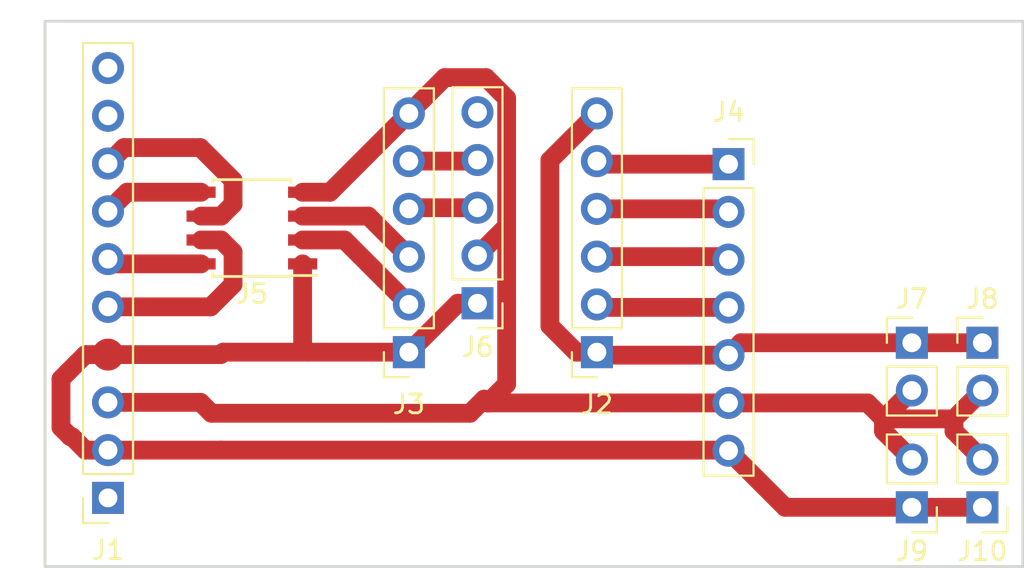
<source format=kicad_pcb>
(kicad_pcb (version 20171130) (host pcbnew 5.0.2-bee76a0~70~ubuntu18.04.1)

  (general
    (thickness 1.6)
    (drawings 4)
    (tracks 91)
    (zones 0)
    (modules 10)
    (nets 21)
  )

  (page A4)
  (layers
    (0 F.Cu signal)
    (31 B.Cu signal)
    (32 B.Adhes user)
    (33 F.Adhes user)
    (34 B.Paste user)
    (35 F.Paste user)
    (36 B.SilkS user)
    (37 F.SilkS user)
    (38 B.Mask user)
    (39 F.Mask user)
    (40 Dwgs.User user)
    (41 Cmts.User user)
    (42 Eco1.User user)
    (43 Eco2.User user)
    (44 Edge.Cuts user)
    (45 Margin user)
    (46 B.CrtYd user)
    (47 F.CrtYd user)
    (48 B.Fab user)
    (49 F.Fab user)
  )

  (setup
    (last_trace_width 1)
    (trace_clearance 0.2)
    (zone_clearance 0.508)
    (zone_45_only no)
    (trace_min 0.2)
    (segment_width 0.2)
    (edge_width 0.15)
    (via_size 0.8)
    (via_drill 0.4)
    (via_min_size 0.4)
    (via_min_drill 0.3)
    (uvia_size 0.3)
    (uvia_drill 0.1)
    (uvias_allowed no)
    (uvia_min_size 0.2)
    (uvia_min_drill 0.1)
    (pcb_text_width 0.3)
    (pcb_text_size 1.5 1.5)
    (mod_edge_width 0.15)
    (mod_text_size 1 1)
    (mod_text_width 0.15)
    (pad_size 1.7 1.7)
    (pad_drill 0)
    (pad_to_mask_clearance 0.051)
    (solder_mask_min_width 0.25)
    (aux_axis_origin 0 0)
    (visible_elements FFFFFF7F)
    (pcbplotparams
      (layerselection 0x01000_7fffffff)
      (usegerberextensions false)
      (usegerberattributes false)
      (usegerberadvancedattributes false)
      (creategerberjobfile false)
      (excludeedgelayer true)
      (linewidth 0.100000)
      (plotframeref false)
      (viasonmask false)
      (mode 1)
      (useauxorigin false)
      (hpglpennumber 1)
      (hpglpenspeed 20)
      (hpglpendiameter 15.000000)
      (psnegative false)
      (psa4output false)
      (plotreference true)
      (plotvalue true)
      (plotinvisibletext false)
      (padsonsilk false)
      (subtractmaskfromsilk false)
      (outputformat 1)
      (mirror false)
      (drillshape 0)
      (scaleselection 1)
      (outputdirectory "grb"))
  )

  (net 0 "")
  (net 1 "Net-(J1-Pad1)")
  (net 2 +5V)
  (net 3 GND)
  (net 4 +3V3)
  (net 5 "Net-(J2-Pad5)")
  (net 6 "Net-(J2-Pad4)")
  (net 7 "Net-(J2-Pad3)")
  (net 8 "Net-(J2-Pad2)")
  (net 9 "Net-(J1-Pad4)")
  (net 10 /A0-)
  (net 11 /A0+)
  (net 12 /B0-)
  (net 13 /B0+)
  (net 14 /I0-)
  (net 15 /I0+)
  (net 16 /A0)
  (net 17 /B0)
  (net 18 /A1)
  (net 19 /B1)
  (net 20 /I1)

  (net_class Default "This is the default net class."
    (clearance 0.2)
    (trace_width 1)
    (via_dia 0.8)
    (via_drill 0.4)
    (uvia_dia 0.3)
    (uvia_drill 0.1)
    (add_net +3V3)
    (add_net +5V)
    (add_net /A0)
    (add_net /A0+)
    (add_net /A0-)
    (add_net /A1)
    (add_net /B0)
    (add_net /B0+)
    (add_net /B0-)
    (add_net /B1)
    (add_net /I0+)
    (add_net /I0-)
    (add_net /I1)
    (add_net GND)
    (add_net "Net-(J1-Pad1)")
    (add_net "Net-(J1-Pad4)")
    (add_net "Net-(J2-Pad2)")
    (add_net "Net-(J2-Pad3)")
    (add_net "Net-(J2-Pad4)")
    (add_net "Net-(J2-Pad5)")
  )

  (module Connector_PinSocket_2.54mm:PinSocket_1x10_P2.54mm_Vertical (layer F.Cu) (tedit 5D546F35) (tstamp 5D5E9AE5)
    (at 3.35 25.35 180)
    (descr "Through hole straight socket strip, 1x10, 2.54mm pitch, single row (from Kicad 4.0.7), script generated")
    (tags "Through hole socket strip THT 1x10 2.54mm single row")
    (path /5D527B4B)
    (fp_text reference J1 (at 0 -2.77 180) (layer F.SilkS)
      (effects (font (size 1 1) (thickness 0.15)))
    )
    (fp_text value OpticalEncoder (at 0 25.63 180) (layer F.Fab)
      (effects (font (size 1 1) (thickness 0.15)))
    )
    (fp_line (start -1.27 -1.27) (end 0.635 -1.27) (layer F.Fab) (width 0.1))
    (fp_line (start 0.635 -1.27) (end 1.27 -0.635) (layer F.Fab) (width 0.1))
    (fp_line (start 1.27 -0.635) (end 1.27 24.13) (layer F.Fab) (width 0.1))
    (fp_line (start 1.27 24.13) (end -1.27 24.13) (layer F.Fab) (width 0.1))
    (fp_line (start -1.27 24.13) (end -1.27 -1.27) (layer F.Fab) (width 0.1))
    (fp_line (start -1.33 1.27) (end 1.33 1.27) (layer F.SilkS) (width 0.12))
    (fp_line (start -1.33 1.27) (end -1.33 24.19) (layer F.SilkS) (width 0.12))
    (fp_line (start -1.33 24.19) (end 1.33 24.19) (layer F.SilkS) (width 0.12))
    (fp_line (start 1.33 1.27) (end 1.33 24.19) (layer F.SilkS) (width 0.12))
    (fp_line (start 1.33 -1.33) (end 1.33 0) (layer F.SilkS) (width 0.12))
    (fp_line (start 0 -1.33) (end 1.33 -1.33) (layer F.SilkS) (width 0.12))
    (fp_line (start -1.8 -1.8) (end 1.75 -1.8) (layer F.CrtYd) (width 0.05))
    (fp_line (start 1.75 -1.8) (end 1.75 24.6) (layer F.CrtYd) (width 0.05))
    (fp_line (start 1.75 24.6) (end -1.8 24.6) (layer F.CrtYd) (width 0.05))
    (fp_line (start -1.8 24.6) (end -1.8 -1.8) (layer F.CrtYd) (width 0.05))
    (fp_text user %R (at 0 11.43 270) (layer F.Fab)
      (effects (font (size 1 1) (thickness 0.15)))
    )
    (pad 1 thru_hole rect (at 0 0 180) (size 1.7 1.7) (drill 1) (layers *.Cu *.Mask)
      (net 1 "Net-(J1-Pad1)"))
    (pad 2 thru_hole oval (at 0 2.54 180) (size 1.7 1.7) (drill 1) (layers *.Cu *.Mask)
      (net 2 +5V))
    (pad 3 thru_hole oval (at 0 5.08 180) (size 1.7 1.7) (drill 1) (layers *.Cu *.Mask)
      (net 3 GND))
    (pad 4 smd oval (at 0 7.62 180) (size 1.7 1.7) (layers F.Cu F.Paste F.Mask)
      (net 9 "Net-(J1-Pad4)"))
    (pad 5 thru_hole oval (at 0 10.16 180) (size 1.7 1.7) (drill 1) (layers *.Cu *.Mask)
      (net 10 /A0-))
    (pad 6 thru_hole oval (at 0 12.7 180) (size 1.7 1.7) (drill 1) (layers *.Cu *.Mask)
      (net 11 /A0+))
    (pad 7 thru_hole oval (at 0 15.24 180) (size 1.7 1.7) (drill 1) (layers *.Cu *.Mask)
      (net 12 /B0-))
    (pad 8 thru_hole oval (at 0 17.78 180) (size 1.7 1.7) (drill 1) (layers *.Cu *.Mask)
      (net 13 /B0+))
    (pad 9 thru_hole oval (at 0 20.32 180) (size 1.7 1.7) (drill 1) (layers *.Cu *.Mask)
      (net 14 /I0-))
    (pad 10 thru_hole oval (at 0 22.86 180) (size 1.7 1.7) (drill 1) (layers *.Cu *.Mask)
      (net 15 /I0+))
    (model ${KISYS3DMOD}/Connector_PinSocket_2.54mm.3dshapes/PinSocket_1x10_P2.54mm_Vertical.wrl
      (at (xyz 0 0 0))
      (scale (xyz 1 1 1))
      (rotate (xyz 0 0 0))
    )
  )

  (module Connector_PinSocket_2.54mm:PinSocket_1x06_P2.54mm_Vertical (layer F.Cu) (tedit 5A19A430) (tstamp 5D5E9AFF)
    (at 29.35 17.6 180)
    (descr "Through hole straight socket strip, 1x06, 2.54mm pitch, single row (from Kicad 4.0.7), script generated")
    (tags "Through hole socket strip THT 1x06 2.54mm single row")
    (path /5D527D03)
    (fp_text reference J2 (at 0 -2.77 180) (layer F.SilkS)
      (effects (font (size 1 1) (thickness 0.15)))
    )
    (fp_text value LOW_SIDE (at 0 15.47 180) (layer F.Fab)
      (effects (font (size 1 1) (thickness 0.15)))
    )
    (fp_text user %R (at 0 6.35 270) (layer F.Fab)
      (effects (font (size 1 1) (thickness 0.15)))
    )
    (fp_line (start -1.8 14.45) (end -1.8 -1.8) (layer F.CrtYd) (width 0.05))
    (fp_line (start 1.75 14.45) (end -1.8 14.45) (layer F.CrtYd) (width 0.05))
    (fp_line (start 1.75 -1.8) (end 1.75 14.45) (layer F.CrtYd) (width 0.05))
    (fp_line (start -1.8 -1.8) (end 1.75 -1.8) (layer F.CrtYd) (width 0.05))
    (fp_line (start 0 -1.33) (end 1.33 -1.33) (layer F.SilkS) (width 0.12))
    (fp_line (start 1.33 -1.33) (end 1.33 0) (layer F.SilkS) (width 0.12))
    (fp_line (start 1.33 1.27) (end 1.33 14.03) (layer F.SilkS) (width 0.12))
    (fp_line (start -1.33 14.03) (end 1.33 14.03) (layer F.SilkS) (width 0.12))
    (fp_line (start -1.33 1.27) (end -1.33 14.03) (layer F.SilkS) (width 0.12))
    (fp_line (start -1.33 1.27) (end 1.33 1.27) (layer F.SilkS) (width 0.12))
    (fp_line (start -1.27 13.97) (end -1.27 -1.27) (layer F.Fab) (width 0.1))
    (fp_line (start 1.27 13.97) (end -1.27 13.97) (layer F.Fab) (width 0.1))
    (fp_line (start 1.27 -0.635) (end 1.27 13.97) (layer F.Fab) (width 0.1))
    (fp_line (start 0.635 -1.27) (end 1.27 -0.635) (layer F.Fab) (width 0.1))
    (fp_line (start -1.27 -1.27) (end 0.635 -1.27) (layer F.Fab) (width 0.1))
    (pad 6 thru_hole oval (at 0 12.7 180) (size 1.7 1.7) (drill 1) (layers *.Cu *.Mask)
      (net 4 +3V3))
    (pad 5 thru_hole oval (at 0 10.16 180) (size 1.7 1.7) (drill 1) (layers *.Cu *.Mask)
      (net 5 "Net-(J2-Pad5)"))
    (pad 4 thru_hole oval (at 0 7.62 180) (size 1.7 1.7) (drill 1) (layers *.Cu *.Mask)
      (net 6 "Net-(J2-Pad4)"))
    (pad 3 thru_hole oval (at 0 5.08 180) (size 1.7 1.7) (drill 1) (layers *.Cu *.Mask)
      (net 7 "Net-(J2-Pad3)"))
    (pad 2 thru_hole oval (at 0 2.54 180) (size 1.7 1.7) (drill 1) (layers *.Cu *.Mask)
      (net 8 "Net-(J2-Pad2)"))
    (pad 1 thru_hole rect (at 0 0 180) (size 1.7 1.7) (drill 1) (layers *.Cu *.Mask)
      (net 4 +3V3))
    (model ${KISYS3DMOD}/Connector_PinSocket_2.54mm.3dshapes/PinSocket_1x06_P2.54mm_Vertical.wrl
      (at (xyz 0 0 0))
      (scale (xyz 1 1 1))
      (rotate (xyz 0 0 0))
    )
  )

  (module Connector_PinSocket_2.54mm:PinSocket_1x06_P2.54mm_Vertical (layer F.Cu) (tedit 5A19A430) (tstamp 5D5E9B19)
    (at 19.35 17.6 180)
    (descr "Through hole straight socket strip, 1x06, 2.54mm pitch, single row (from Kicad 4.0.7), script generated")
    (tags "Through hole socket strip THT 1x06 2.54mm single row")
    (path /5D527CC7)
    (fp_text reference J3 (at 0 -2.77 180) (layer F.SilkS)
      (effects (font (size 1 1) (thickness 0.15)))
    )
    (fp_text value HIGH_SIDE (at 0 15.47 180) (layer F.Fab)
      (effects (font (size 1 1) (thickness 0.15)))
    )
    (fp_line (start -1.27 -1.27) (end 0.635 -1.27) (layer F.Fab) (width 0.1))
    (fp_line (start 0.635 -1.27) (end 1.27 -0.635) (layer F.Fab) (width 0.1))
    (fp_line (start 1.27 -0.635) (end 1.27 13.97) (layer F.Fab) (width 0.1))
    (fp_line (start 1.27 13.97) (end -1.27 13.97) (layer F.Fab) (width 0.1))
    (fp_line (start -1.27 13.97) (end -1.27 -1.27) (layer F.Fab) (width 0.1))
    (fp_line (start -1.33 1.27) (end 1.33 1.27) (layer F.SilkS) (width 0.12))
    (fp_line (start -1.33 1.27) (end -1.33 14.03) (layer F.SilkS) (width 0.12))
    (fp_line (start -1.33 14.03) (end 1.33 14.03) (layer F.SilkS) (width 0.12))
    (fp_line (start 1.33 1.27) (end 1.33 14.03) (layer F.SilkS) (width 0.12))
    (fp_line (start 1.33 -1.33) (end 1.33 0) (layer F.SilkS) (width 0.12))
    (fp_line (start 0 -1.33) (end 1.33 -1.33) (layer F.SilkS) (width 0.12))
    (fp_line (start -1.8 -1.8) (end 1.75 -1.8) (layer F.CrtYd) (width 0.05))
    (fp_line (start 1.75 -1.8) (end 1.75 14.45) (layer F.CrtYd) (width 0.05))
    (fp_line (start 1.75 14.45) (end -1.8 14.45) (layer F.CrtYd) (width 0.05))
    (fp_line (start -1.8 14.45) (end -1.8 -1.8) (layer F.CrtYd) (width 0.05))
    (fp_text user %R (at 0 6.35 270) (layer F.Fab)
      (effects (font (size 1 1) (thickness 0.15)))
    )
    (pad 1 thru_hole rect (at 0 0 180) (size 1.7 1.7) (drill 1) (layers *.Cu *.Mask)
      (net 2 +5V))
    (pad 2 thru_hole oval (at 0 2.54 180) (size 1.7 1.7) (drill 1) (layers *.Cu *.Mask)
      (net 16 /A0))
    (pad 3 thru_hole oval (at 0 5.08 180) (size 1.7 1.7) (drill 1) (layers *.Cu *.Mask)
      (net 17 /B0))
    (pad 4 thru_hole oval (at 0 7.62 180) (size 1.7 1.7) (drill 1) (layers *.Cu *.Mask)
      (net 18 /A1))
    (pad 5 thru_hole oval (at 0 10.16 180) (size 1.7 1.7) (drill 1) (layers *.Cu *.Mask)
      (net 19 /B1))
    (pad 6 thru_hole oval (at 0 12.7 180) (size 1.7 1.7) (drill 1) (layers *.Cu *.Mask)
      (net 3 GND))
    (model ${KISYS3DMOD}/Connector_PinSocket_2.54mm.3dshapes/PinSocket_1x06_P2.54mm_Vertical.wrl
      (at (xyz 0 0 0))
      (scale (xyz 1 1 1))
      (rotate (xyz 0 0 0))
    )
  )

  (module Connector_PinSocket_2.54mm:PinSocket_1x07_P2.54mm_Vertical (layer F.Cu) (tedit 5A19A433) (tstamp 5D5E9B34)
    (at 36.35 7.6)
    (descr "Through hole straight socket strip, 1x07, 2.54mm pitch, single row (from Kicad 4.0.7), script generated")
    (tags "Through hole socket strip THT 1x07 2.54mm single row")
    (path /5D52831A)
    (fp_text reference J4 (at 0 -2.77) (layer F.SilkS)
      (effects (font (size 1 1) (thickness 0.15)))
    )
    (fp_text value TOFPGA (at 0 18.01) (layer F.Fab)
      (effects (font (size 1 1) (thickness 0.15)))
    )
    (fp_line (start -1.27 -1.27) (end 0.635 -1.27) (layer F.Fab) (width 0.1))
    (fp_line (start 0.635 -1.27) (end 1.27 -0.635) (layer F.Fab) (width 0.1))
    (fp_line (start 1.27 -0.635) (end 1.27 16.51) (layer F.Fab) (width 0.1))
    (fp_line (start 1.27 16.51) (end -1.27 16.51) (layer F.Fab) (width 0.1))
    (fp_line (start -1.27 16.51) (end -1.27 -1.27) (layer F.Fab) (width 0.1))
    (fp_line (start -1.33 1.27) (end 1.33 1.27) (layer F.SilkS) (width 0.12))
    (fp_line (start -1.33 1.27) (end -1.33 16.57) (layer F.SilkS) (width 0.12))
    (fp_line (start -1.33 16.57) (end 1.33 16.57) (layer F.SilkS) (width 0.12))
    (fp_line (start 1.33 1.27) (end 1.33 16.57) (layer F.SilkS) (width 0.12))
    (fp_line (start 1.33 -1.33) (end 1.33 0) (layer F.SilkS) (width 0.12))
    (fp_line (start 0 -1.33) (end 1.33 -1.33) (layer F.SilkS) (width 0.12))
    (fp_line (start -1.8 -1.8) (end 1.75 -1.8) (layer F.CrtYd) (width 0.05))
    (fp_line (start 1.75 -1.8) (end 1.75 17) (layer F.CrtYd) (width 0.05))
    (fp_line (start 1.75 17) (end -1.8 17) (layer F.CrtYd) (width 0.05))
    (fp_line (start -1.8 17) (end -1.8 -1.8) (layer F.CrtYd) (width 0.05))
    (fp_text user %R (at 0 7.62 90) (layer F.Fab)
      (effects (font (size 1 1) (thickness 0.15)))
    )
    (pad 1 thru_hole rect (at 0 0) (size 1.7 1.7) (drill 1) (layers *.Cu *.Mask)
      (net 5 "Net-(J2-Pad5)"))
    (pad 2 thru_hole oval (at 0 2.54) (size 1.7 1.7) (drill 1) (layers *.Cu *.Mask)
      (net 6 "Net-(J2-Pad4)"))
    (pad 3 thru_hole oval (at 0 5.08) (size 1.7 1.7) (drill 1) (layers *.Cu *.Mask)
      (net 7 "Net-(J2-Pad3)"))
    (pad 4 thru_hole oval (at 0 7.62) (size 1.7 1.7) (drill 1) (layers *.Cu *.Mask)
      (net 8 "Net-(J2-Pad2)"))
    (pad 5 thru_hole oval (at 0 10.16) (size 1.7 1.7) (drill 1) (layers *.Cu *.Mask)
      (net 4 +3V3))
    (pad 6 thru_hole oval (at 0 12.7) (size 1.7 1.7) (drill 1) (layers *.Cu *.Mask)
      (net 3 GND))
    (pad 7 thru_hole oval (at 0 15.24) (size 1.7 1.7) (drill 1) (layers *.Cu *.Mask)
      (net 2 +5V))
    (model ${KISYS3DMOD}/Connector_PinSocket_2.54mm.3dshapes/PinSocket_1x07_P2.54mm_Vertical.wrl
      (at (xyz 0 0 0))
      (scale (xyz 1 1 1))
      (rotate (xyz 0 0 0))
    )
  )

  (module Connector_PinHeader_2.54mm:PinHeader_1x02_P2.54mm_Vertical (layer F.Cu) (tedit 59FED5CC) (tstamp 5D5EA8F4)
    (at 46.1 17.1)
    (descr "Through hole straight pin header, 1x02, 2.54mm pitch, single row")
    (tags "Through hole pin header THT 1x02 2.54mm single row")
    (path /5D52EF74)
    (fp_text reference J7 (at 0 -2.33) (layer F.SilkS)
      (effects (font (size 1 1) (thickness 0.15)))
    )
    (fp_text value C0 (at 0 4.87) (layer F.Fab)
      (effects (font (size 1 1) (thickness 0.15)))
    )
    (fp_text user %R (at 0 1.27 90) (layer F.Fab)
      (effects (font (size 1 1) (thickness 0.15)))
    )
    (fp_line (start 1.8 -1.8) (end -1.8 -1.8) (layer F.CrtYd) (width 0.05))
    (fp_line (start 1.8 4.35) (end 1.8 -1.8) (layer F.CrtYd) (width 0.05))
    (fp_line (start -1.8 4.35) (end 1.8 4.35) (layer F.CrtYd) (width 0.05))
    (fp_line (start -1.8 -1.8) (end -1.8 4.35) (layer F.CrtYd) (width 0.05))
    (fp_line (start -1.33 -1.33) (end 0 -1.33) (layer F.SilkS) (width 0.12))
    (fp_line (start -1.33 0) (end -1.33 -1.33) (layer F.SilkS) (width 0.12))
    (fp_line (start -1.33 1.27) (end 1.33 1.27) (layer F.SilkS) (width 0.12))
    (fp_line (start 1.33 1.27) (end 1.33 3.87) (layer F.SilkS) (width 0.12))
    (fp_line (start -1.33 1.27) (end -1.33 3.87) (layer F.SilkS) (width 0.12))
    (fp_line (start -1.33 3.87) (end 1.33 3.87) (layer F.SilkS) (width 0.12))
    (fp_line (start -1.27 -0.635) (end -0.635 -1.27) (layer F.Fab) (width 0.1))
    (fp_line (start -1.27 3.81) (end -1.27 -0.635) (layer F.Fab) (width 0.1))
    (fp_line (start 1.27 3.81) (end -1.27 3.81) (layer F.Fab) (width 0.1))
    (fp_line (start 1.27 -1.27) (end 1.27 3.81) (layer F.Fab) (width 0.1))
    (fp_line (start -0.635 -1.27) (end 1.27 -1.27) (layer F.Fab) (width 0.1))
    (pad 2 thru_hole oval (at 0 2.54) (size 1.7 1.7) (drill 1) (layers *.Cu *.Mask)
      (net 3 GND))
    (pad 1 thru_hole rect (at 0 0) (size 1.7 1.7) (drill 1) (layers *.Cu *.Mask)
      (net 4 +3V3))
    (model ${KISYS3DMOD}/Connector_PinHeader_2.54mm.3dshapes/PinHeader_1x02_P2.54mm_Vertical.wrl
      (at (xyz 0 0 0))
      (scale (xyz 1 1 1))
      (rotate (xyz 0 0 0))
    )
  )

  (module Connector_PinHeader_2.54mm:PinHeader_1x02_P2.54mm_Vertical (layer F.Cu) (tedit 59FED5CC) (tstamp 5D5EA90A)
    (at 49.85 17.1)
    (descr "Through hole straight pin header, 1x02, 2.54mm pitch, single row")
    (tags "Through hole pin header THT 1x02 2.54mm single row")
    (path /5D52E9E1)
    (fp_text reference J8 (at 0 -2.33) (layer F.SilkS)
      (effects (font (size 1 1) (thickness 0.15)))
    )
    (fp_text value C0 (at 0 4.87) (layer F.Fab)
      (effects (font (size 1 1) (thickness 0.15)))
    )
    (fp_line (start -0.635 -1.27) (end 1.27 -1.27) (layer F.Fab) (width 0.1))
    (fp_line (start 1.27 -1.27) (end 1.27 3.81) (layer F.Fab) (width 0.1))
    (fp_line (start 1.27 3.81) (end -1.27 3.81) (layer F.Fab) (width 0.1))
    (fp_line (start -1.27 3.81) (end -1.27 -0.635) (layer F.Fab) (width 0.1))
    (fp_line (start -1.27 -0.635) (end -0.635 -1.27) (layer F.Fab) (width 0.1))
    (fp_line (start -1.33 3.87) (end 1.33 3.87) (layer F.SilkS) (width 0.12))
    (fp_line (start -1.33 1.27) (end -1.33 3.87) (layer F.SilkS) (width 0.12))
    (fp_line (start 1.33 1.27) (end 1.33 3.87) (layer F.SilkS) (width 0.12))
    (fp_line (start -1.33 1.27) (end 1.33 1.27) (layer F.SilkS) (width 0.12))
    (fp_line (start -1.33 0) (end -1.33 -1.33) (layer F.SilkS) (width 0.12))
    (fp_line (start -1.33 -1.33) (end 0 -1.33) (layer F.SilkS) (width 0.12))
    (fp_line (start -1.8 -1.8) (end -1.8 4.35) (layer F.CrtYd) (width 0.05))
    (fp_line (start -1.8 4.35) (end 1.8 4.35) (layer F.CrtYd) (width 0.05))
    (fp_line (start 1.8 4.35) (end 1.8 -1.8) (layer F.CrtYd) (width 0.05))
    (fp_line (start 1.8 -1.8) (end -1.8 -1.8) (layer F.CrtYd) (width 0.05))
    (fp_text user %R (at 0 1.27 90) (layer F.Fab)
      (effects (font (size 1 1) (thickness 0.15)))
    )
    (pad 1 thru_hole rect (at 0 0) (size 1.7 1.7) (drill 1) (layers *.Cu *.Mask)
      (net 4 +3V3))
    (pad 2 thru_hole oval (at 0 2.54) (size 1.7 1.7) (drill 1) (layers *.Cu *.Mask)
      (net 3 GND))
    (model ${KISYS3DMOD}/Connector_PinHeader_2.54mm.3dshapes/PinHeader_1x02_P2.54mm_Vertical.wrl
      (at (xyz 0 0 0))
      (scale (xyz 1 1 1))
      (rotate (xyz 0 0 0))
    )
  )

  (module Connector_PinHeader_2.54mm:PinHeader_1x02_P2.54mm_Vertical (layer F.Cu) (tedit 59FED5CC) (tstamp 5D5EA920)
    (at 46.1 25.85 180)
    (descr "Through hole straight pin header, 1x02, 2.54mm pitch, single row")
    (tags "Through hole pin header THT 1x02 2.54mm single row")
    (path /5D52DEFE)
    (fp_text reference J9 (at 0 -2.33 180) (layer F.SilkS)
      (effects (font (size 1 1) (thickness 0.15)))
    )
    (fp_text value C0 (at 0 4.87 180) (layer F.Fab)
      (effects (font (size 1 1) (thickness 0.15)))
    )
    (fp_line (start -0.635 -1.27) (end 1.27 -1.27) (layer F.Fab) (width 0.1))
    (fp_line (start 1.27 -1.27) (end 1.27 3.81) (layer F.Fab) (width 0.1))
    (fp_line (start 1.27 3.81) (end -1.27 3.81) (layer F.Fab) (width 0.1))
    (fp_line (start -1.27 3.81) (end -1.27 -0.635) (layer F.Fab) (width 0.1))
    (fp_line (start -1.27 -0.635) (end -0.635 -1.27) (layer F.Fab) (width 0.1))
    (fp_line (start -1.33 3.87) (end 1.33 3.87) (layer F.SilkS) (width 0.12))
    (fp_line (start -1.33 1.27) (end -1.33 3.87) (layer F.SilkS) (width 0.12))
    (fp_line (start 1.33 1.27) (end 1.33 3.87) (layer F.SilkS) (width 0.12))
    (fp_line (start -1.33 1.27) (end 1.33 1.27) (layer F.SilkS) (width 0.12))
    (fp_line (start -1.33 0) (end -1.33 -1.33) (layer F.SilkS) (width 0.12))
    (fp_line (start -1.33 -1.33) (end 0 -1.33) (layer F.SilkS) (width 0.12))
    (fp_line (start -1.8 -1.8) (end -1.8 4.35) (layer F.CrtYd) (width 0.05))
    (fp_line (start -1.8 4.35) (end 1.8 4.35) (layer F.CrtYd) (width 0.05))
    (fp_line (start 1.8 4.35) (end 1.8 -1.8) (layer F.CrtYd) (width 0.05))
    (fp_line (start 1.8 -1.8) (end -1.8 -1.8) (layer F.CrtYd) (width 0.05))
    (fp_text user %R (at 0 1.27 270) (layer F.Fab)
      (effects (font (size 1 1) (thickness 0.15)))
    )
    (pad 1 thru_hole rect (at 0 0 180) (size 1.7 1.7) (drill 1) (layers *.Cu *.Mask)
      (net 2 +5V))
    (pad 2 thru_hole oval (at 0 2.54 180) (size 1.7 1.7) (drill 1) (layers *.Cu *.Mask)
      (net 3 GND))
    (model ${KISYS3DMOD}/Connector_PinHeader_2.54mm.3dshapes/PinHeader_1x02_P2.54mm_Vertical.wrl
      (at (xyz 0 0 0))
      (scale (xyz 1 1 1))
      (rotate (xyz 0 0 0))
    )
  )

  (module Connector_PinHeader_2.54mm:PinHeader_1x02_P2.54mm_Vertical (layer F.Cu) (tedit 59FED5CC) (tstamp 5D5EA936)
    (at 49.85 25.85 180)
    (descr "Through hole straight pin header, 1x02, 2.54mm pitch, single row")
    (tags "Through hole pin header THT 1x02 2.54mm single row")
    (path /5D52E6B1)
    (fp_text reference J10 (at 0 -2.33 180) (layer F.SilkS)
      (effects (font (size 1 1) (thickness 0.15)))
    )
    (fp_text value C0 (at 0 4.87 180) (layer F.Fab)
      (effects (font (size 1 1) (thickness 0.15)))
    )
    (fp_text user %R (at 0 1.27 270) (layer F.Fab)
      (effects (font (size 1 1) (thickness 0.15)))
    )
    (fp_line (start 1.8 -1.8) (end -1.8 -1.8) (layer F.CrtYd) (width 0.05))
    (fp_line (start 1.8 4.35) (end 1.8 -1.8) (layer F.CrtYd) (width 0.05))
    (fp_line (start -1.8 4.35) (end 1.8 4.35) (layer F.CrtYd) (width 0.05))
    (fp_line (start -1.8 -1.8) (end -1.8 4.35) (layer F.CrtYd) (width 0.05))
    (fp_line (start -1.33 -1.33) (end 0 -1.33) (layer F.SilkS) (width 0.12))
    (fp_line (start -1.33 0) (end -1.33 -1.33) (layer F.SilkS) (width 0.12))
    (fp_line (start -1.33 1.27) (end 1.33 1.27) (layer F.SilkS) (width 0.12))
    (fp_line (start 1.33 1.27) (end 1.33 3.87) (layer F.SilkS) (width 0.12))
    (fp_line (start -1.33 1.27) (end -1.33 3.87) (layer F.SilkS) (width 0.12))
    (fp_line (start -1.33 3.87) (end 1.33 3.87) (layer F.SilkS) (width 0.12))
    (fp_line (start -1.27 -0.635) (end -0.635 -1.27) (layer F.Fab) (width 0.1))
    (fp_line (start -1.27 3.81) (end -1.27 -0.635) (layer F.Fab) (width 0.1))
    (fp_line (start 1.27 3.81) (end -1.27 3.81) (layer F.Fab) (width 0.1))
    (fp_line (start 1.27 -1.27) (end 1.27 3.81) (layer F.Fab) (width 0.1))
    (fp_line (start -0.635 -1.27) (end 1.27 -1.27) (layer F.Fab) (width 0.1))
    (pad 2 thru_hole oval (at 0 2.54 180) (size 1.7 1.7) (drill 1) (layers *.Cu *.Mask)
      (net 3 GND))
    (pad 1 thru_hole rect (at 0 0 180) (size 1.7 1.7) (drill 1) (layers *.Cu *.Mask)
      (net 2 +5V))
    (model ${KISYS3DMOD}/Connector_PinHeader_2.54mm.3dshapes/PinHeader_1x02_P2.54mm_Vertical.wrl
      (at (xyz 0 0 0))
      (scale (xyz 1 1 1))
      (rotate (xyz 0 0 0))
    )
  )

  (module Package_SO:SOIC-8_3.9x4.9mm_P1.27mm (layer F.Cu) (tedit 5A02F2D3) (tstamp 5D60B964)
    (at 11 11 180)
    (descr "8-Lead Plastic Small Outline (SN) - Narrow, 3.90 mm Body [SOIC] (see Microchip Packaging Specification http://ww1.microchip.com/downloads/en/PackagingSpec/00000049BQ.pdf)")
    (tags "SOIC 1.27")
    (path /5D545EC2)
    (attr smd)
    (fp_text reference J5 (at 0 -3.5 180) (layer F.SilkS)
      (effects (font (size 1 1) (thickness 0.15)))
    )
    (fp_text value UA9637ACDR (at 0 3.5 180) (layer F.Fab)
      (effects (font (size 1 1) (thickness 0.15)))
    )
    (fp_text user %R (at 0 0 180) (layer F.Fab)
      (effects (font (size 1 1) (thickness 0.15)))
    )
    (fp_line (start -0.95 -2.45) (end 1.95 -2.45) (layer F.Fab) (width 0.1))
    (fp_line (start 1.95 -2.45) (end 1.95 2.45) (layer F.Fab) (width 0.1))
    (fp_line (start 1.95 2.45) (end -1.95 2.45) (layer F.Fab) (width 0.1))
    (fp_line (start -1.95 2.45) (end -1.95 -1.45) (layer F.Fab) (width 0.1))
    (fp_line (start -1.95 -1.45) (end -0.95 -2.45) (layer F.Fab) (width 0.1))
    (fp_line (start -3.73 -2.7) (end -3.73 2.7) (layer F.CrtYd) (width 0.05))
    (fp_line (start 3.73 -2.7) (end 3.73 2.7) (layer F.CrtYd) (width 0.05))
    (fp_line (start -3.73 -2.7) (end 3.73 -2.7) (layer F.CrtYd) (width 0.05))
    (fp_line (start -3.73 2.7) (end 3.73 2.7) (layer F.CrtYd) (width 0.05))
    (fp_line (start -2.075 -2.575) (end -2.075 -2.525) (layer F.SilkS) (width 0.15))
    (fp_line (start 2.075 -2.575) (end 2.075 -2.43) (layer F.SilkS) (width 0.15))
    (fp_line (start 2.075 2.575) (end 2.075 2.43) (layer F.SilkS) (width 0.15))
    (fp_line (start -2.075 2.575) (end -2.075 2.43) (layer F.SilkS) (width 0.15))
    (fp_line (start -2.075 -2.575) (end 2.075 -2.575) (layer F.SilkS) (width 0.15))
    (fp_line (start -2.075 2.575) (end 2.075 2.575) (layer F.SilkS) (width 0.15))
    (fp_line (start -2.075 -2.525) (end -3.475 -2.525) (layer F.SilkS) (width 0.15))
    (pad 1 smd rect (at -2.7 -1.905 180) (size 1.55 0.6) (layers F.Cu F.Paste F.Mask)
      (net 2 +5V))
    (pad 2 smd rect (at -2.7 -0.635 180) (size 1.55 0.6) (layers F.Cu F.Paste F.Mask)
      (net 16 /A0))
    (pad 3 smd rect (at -2.7 0.635 180) (size 1.55 0.6) (layers F.Cu F.Paste F.Mask)
      (net 17 /B0))
    (pad 4 smd rect (at -2.7 1.905 180) (size 1.55 0.6) (layers F.Cu F.Paste F.Mask)
      (net 3 GND))
    (pad 5 smd rect (at 2.7 1.905 180) (size 1.55 0.6) (layers F.Cu F.Paste F.Mask)
      (net 12 /B0-))
    (pad 6 smd rect (at 2.7 0.635 180) (size 1.55 0.6) (layers F.Cu F.Paste F.Mask)
      (net 13 /B0+))
    (pad 7 smd rect (at 2.7 -0.635 180) (size 1.55 0.6) (layers F.Cu F.Paste F.Mask)
      (net 10 /A0-))
    (pad 8 smd rect (at 2.7 -1.905 180) (size 1.55 0.6) (layers F.Cu F.Paste F.Mask)
      (net 11 /A0+))
    (model ${KISYS3DMOD}/Package_SO.3dshapes/SOIC-8_3.9x4.9mm_P1.27mm.wrl
      (at (xyz 0 0 0))
      (scale (xyz 1 1 1))
      (rotate (xyz 0 0 0))
    )
  )

  (module Connector_PinHeader_2.54mm:PinHeader_1x05_P2.54mm_Vertical (layer F.Cu) (tedit 59FED5CC) (tstamp 5D60B980)
    (at 23 15 180)
    (descr "Through hole straight pin header, 1x05, 2.54mm pitch, single row")
    (tags "Through hole pin header THT 1x05 2.54mm single row")
    (path /5D547965)
    (fp_text reference J6 (at 0 -2.33 180) (layer F.SilkS)
      (effects (font (size 1 1) (thickness 0.15)))
    )
    (fp_text value MagneticEncoder (at 0 12.49 180) (layer F.Fab)
      (effects (font (size 1 1) (thickness 0.15)))
    )
    (fp_line (start -0.635 -1.27) (end 1.27 -1.27) (layer F.Fab) (width 0.1))
    (fp_line (start 1.27 -1.27) (end 1.27 11.43) (layer F.Fab) (width 0.1))
    (fp_line (start 1.27 11.43) (end -1.27 11.43) (layer F.Fab) (width 0.1))
    (fp_line (start -1.27 11.43) (end -1.27 -0.635) (layer F.Fab) (width 0.1))
    (fp_line (start -1.27 -0.635) (end -0.635 -1.27) (layer F.Fab) (width 0.1))
    (fp_line (start -1.33 11.49) (end 1.33 11.49) (layer F.SilkS) (width 0.12))
    (fp_line (start -1.33 1.27) (end -1.33 11.49) (layer F.SilkS) (width 0.12))
    (fp_line (start 1.33 1.27) (end 1.33 11.49) (layer F.SilkS) (width 0.12))
    (fp_line (start -1.33 1.27) (end 1.33 1.27) (layer F.SilkS) (width 0.12))
    (fp_line (start -1.33 0) (end -1.33 -1.33) (layer F.SilkS) (width 0.12))
    (fp_line (start -1.33 -1.33) (end 0 -1.33) (layer F.SilkS) (width 0.12))
    (fp_line (start -1.8 -1.8) (end -1.8 11.95) (layer F.CrtYd) (width 0.05))
    (fp_line (start -1.8 11.95) (end 1.8 11.95) (layer F.CrtYd) (width 0.05))
    (fp_line (start 1.8 11.95) (end 1.8 -1.8) (layer F.CrtYd) (width 0.05))
    (fp_line (start 1.8 -1.8) (end -1.8 -1.8) (layer F.CrtYd) (width 0.05))
    (fp_text user %R (at 0 5.08 270) (layer F.Fab)
      (effects (font (size 1 1) (thickness 0.15)))
    )
    (pad 1 thru_hole rect (at 0 0 180) (size 1.7 1.7) (drill 1) (layers *.Cu *.Mask)
      (net 2 +5V))
    (pad 2 thru_hole oval (at 0 2.54 180) (size 1.7 1.7) (drill 1) (layers *.Cu *.Mask)
      (net 3 GND))
    (pad 3 thru_hole oval (at 0 5.08 180) (size 1.7 1.7) (drill 1) (layers *.Cu *.Mask)
      (net 18 /A1))
    (pad 4 thru_hole oval (at 0 7.62 180) (size 1.7 1.7) (drill 1) (layers *.Cu *.Mask)
      (net 19 /B1))
    (pad 5 thru_hole oval (at 0 10.16 180) (size 1.7 1.7) (drill 1) (layers *.Cu *.Mask)
      (net 20 /I1))
    (model ${KISYS3DMOD}/Connector_PinHeader_2.54mm.3dshapes/PinHeader_1x05_P2.54mm_Vertical.wrl
      (at (xyz 0 0 0))
      (scale (xyz 1 1 1))
      (rotate (xyz 0 0 0))
    )
  )

  (gr_line (start 52 29) (end 52 0) (layer Edge.Cuts) (width 0.15))
  (gr_line (start 0 29) (end 0 0) (layer Edge.Cuts) (width 0.15))
  (gr_line (start 52 29) (end 0 29) (layer Edge.Cuts) (width 0.15))
  (gr_line (start 0.1 0) (end 52 0) (layer Edge.Cuts) (width 0.15))

  (segment (start 36.32 22.81) (end 36.35 22.84) (width 0.25) (layer F.Cu) (net 2))
  (segment (start 9.35 22.81) (end 36.32 22.81) (width 1) (layer F.Cu) (net 2))
  (segment (start 3.48 17.6) (end 3.35 17.73) (width 1) (layer F.Cu) (net 2))
  (segment (start 2.147919 17.73) (end 0.85 19.027919) (width 1) (layer F.Cu) (net 2))
  (segment (start 3.35 17.73) (end 2.147919 17.73) (width 1) (layer F.Cu) (net 2))
  (segment (start 2.147919 22.81) (end 1.437919 22.1) (width 1) (layer F.Cu) (net 2))
  (segment (start 3.35 22.81) (end 2.147919 22.81) (width 1) (layer F.Cu) (net 2))
  (segment (start 1.437919 22.1) (end 1.35 22.1) (width 1) (layer F.Cu) (net 2))
  (segment (start 0.85 21.6) (end 0.85 19.027919) (width 1) (layer F.Cu) (net 2))
  (segment (start 1.35 22.1) (end 0.85 21.6) (width 1) (layer F.Cu) (net 2))
  (segment (start 49.85 25.85) (end 46.1 25.85) (width 1) (layer F.Cu) (net 2))
  (segment (start 39.36 25.85) (end 36.35 22.84) (width 1) (layer F.Cu) (net 2))
  (segment (start 46.1 25.85) (end 39.36 25.85) (width 1) (layer F.Cu) (net 2))
  (segment (start 9.35 22.81) (end 3.35 22.81) (width 1) (layer F.Cu) (net 2))
  (segment (start 9.35 17.73) (end 3.35 17.73) (width 1) (layer F.Cu) (net 2))
  (segment (start 9.48 17.6) (end 9.35 17.73) (width 1) (layer F.Cu) (net 2))
  (segment (start 13.7 17.3) (end 14 17.6) (width 1) (layer F.Cu) (net 2))
  (segment (start 13.7 12.905) (end 13.7 17.3) (width 1) (layer F.Cu) (net 2))
  (segment (start 19.35 17.6) (end 14 17.6) (width 1) (layer F.Cu) (net 2))
  (segment (start 14 17.6) (end 9.48 17.6) (width 1) (layer F.Cu) (net 2))
  (segment (start 21.95 15) (end 19.35 17.6) (width 1) (layer F.Cu) (net 2))
  (segment (start 23 15) (end 21.95 15) (width 1) (layer F.Cu) (net 2))
  (segment (start 23.55 20.3) (end 36.35 20.3) (width 1) (layer F.Cu) (net 3))
  (segment (start 23.35 20.1) (end 23.55 20.3) (width 1) (layer F.Cu) (net 3))
  (segment (start 44.590001 21.149999) (end 46.1 19.64) (width 1) (layer F.Cu) (net 3))
  (segment (start 44.590001 21.800001) (end 46.1 23.31) (width 1) (layer F.Cu) (net 3))
  (segment (start 44.590001 21.149999) (end 44.590001 21.800001) (width 1) (layer F.Cu) (net 3))
  (segment (start 48.340001 21.149999) (end 49.85 19.64) (width 1) (layer F.Cu) (net 3))
  (segment (start 44.590001 21.149999) (end 48.340001 21.149999) (width 1) (layer F.Cu) (net 3))
  (segment (start 48.340001 21.800001) (end 49.85 23.31) (width 1) (layer F.Cu) (net 3))
  (segment (start 48.340001 21.149999) (end 48.340001 21.800001) (width 1) (layer F.Cu) (net 3))
  (segment (start 22.6 20.85) (end 23.35 20.1) (width 1) (layer F.Cu) (net 3))
  (segment (start 8.85 20.85) (end 22.6 20.85) (width 1) (layer F.Cu) (net 3))
  (segment (start 3.35 20.27) (end 8.27 20.27) (width 1) (layer F.Cu) (net 3))
  (segment (start 8.27 20.27) (end 8.85 20.85) (width 1) (layer F.Cu) (net 3))
  (segment (start 15.155 9.095) (end 19.35 4.9) (width 1) (layer F.Cu) (net 3))
  (segment (start 13.7 9.095) (end 15.155 9.095) (width 1) (layer F.Cu) (net 3))
  (segment (start 43.740002 20.3) (end 44.590001 21.149999) (width 1) (layer F.Cu) (net 3))
  (segment (start 36.35 20.3) (end 43.740002 20.3) (width 1) (layer F.Cu) (net 3))
  (segment (start 24.550001 4.095999) (end 24.550001 10.909999) (width 1) (layer F.Cu) (net 3))
  (segment (start 23.454002 3) (end 24.550001 4.095999) (width 1) (layer F.Cu) (net 3))
  (segment (start 24.550001 10.909999) (end 23.849999 11.610001) (width 1) (layer F.Cu) (net 3))
  (segment (start 21.25 3) (end 23.454002 3) (width 1) (layer F.Cu) (net 3))
  (segment (start 23.849999 11.610001) (end 23 12.46) (width 1) (layer F.Cu) (net 3))
  (segment (start 19.35 4.9) (end 21.25 3) (width 1) (layer F.Cu) (net 3))
  (segment (start 24.550001 19.299999) (end 23.55 20.3) (width 1) (layer F.Cu) (net 3))
  (segment (start 24.550001 10.909999) (end 24.550001 19.299999) (width 1) (layer F.Cu) (net 3))
  (segment (start 19.22 15.19) (end 19.35 15.06) (width 0.25) (layer F.Cu) (net 16))
  (segment (start 3.48 12.52) (end 3.35 12.65) (width 0.25) (layer F.Cu) (net 11))
  (segment (start 19.22 10.11) (end 19.35 9.98) (width 0.25) (layer F.Cu) (net 18))
  (segment (start 3.48 7.44) (end 3.35 7.57) (width 0.25) (layer F.Cu) (net 13))
  (segment (start 29.51 17.76) (end 29.35 17.6) (width 0.25) (layer F.Cu) (net 4))
  (segment (start 36.35 17.76) (end 29.51 17.76) (width 1) (layer F.Cu) (net 4))
  (segment (start 28.25 17.6) (end 26.85 16.2) (width 1) (layer F.Cu) (net 4))
  (segment (start 29.35 17.6) (end 28.25 17.6) (width 1) (layer F.Cu) (net 4))
  (segment (start 26.85 7.4) (end 29.35 4.9) (width 1) (layer F.Cu) (net 4))
  (segment (start 26.85 16.2) (end 26.85 7.4) (width 1) (layer F.Cu) (net 4))
  (segment (start 46.1 17.1) (end 49.85 17.1) (width 1) (layer F.Cu) (net 4))
  (segment (start 37.01 17.1) (end 36.35 17.76) (width 1) (layer F.Cu) (net 4))
  (segment (start 46.1 17.1) (end 37.01 17.1) (width 1) (layer F.Cu) (net 4))
  (segment (start 29.51 7.6) (end 29.35 7.44) (width 1) (layer F.Cu) (net 5))
  (segment (start 36.35 7.6) (end 29.51 7.6) (width 1) (layer F.Cu) (net 5))
  (segment (start 36.19 9.98) (end 36.35 10.14) (width 1) (layer F.Cu) (net 6))
  (segment (start 29.35 9.98) (end 36.19 9.98) (width 1) (layer F.Cu) (net 6))
  (segment (start 36.19 12.52) (end 36.35 12.68) (width 0.25) (layer F.Cu) (net 7))
  (segment (start 29.35 12.52) (end 36.19 12.52) (width 1) (layer F.Cu) (net 7))
  (segment (start 29.51 15.22) (end 29.35 15.06) (width 0.25) (layer F.Cu) (net 8))
  (segment (start 36.35 15.22) (end 29.51 15.22) (width 1) (layer F.Cu) (net 8))
  (segment (start 3.35 15.19) (end 8.81 15.19) (width 1) (layer F.Cu) (net 10))
  (segment (start 8.81 15.19) (end 10 14) (width 1) (layer F.Cu) (net 10))
  (segment (start 10 12.269998) (end 9.365002 11.635) (width 1) (layer F.Cu) (net 10))
  (segment (start 9.365002 11.635) (end 8.3 11.635) (width 1) (layer F.Cu) (net 10))
  (segment (start 10 14) (end 10 12.269998) (width 1) (layer F.Cu) (net 10))
  (segment (start 3.605 12.905) (end 3.35 12.65) (width 1) (layer F.Cu) (net 11))
  (segment (start 8.3 12.905) (end 3.605 12.905) (width 1) (layer F.Cu) (net 11))
  (segment (start 4.365 9.095) (end 3.35 10.11) (width 1) (layer F.Cu) (net 12))
  (segment (start 8.3 9.095) (end 4.365 9.095) (width 1) (layer F.Cu) (net 12))
  (segment (start 8.260003 6.720001) (end 10 8.459998) (width 1) (layer F.Cu) (net 13))
  (segment (start 3.35 7.57) (end 4.199999 6.720001) (width 1) (layer F.Cu) (net 13))
  (segment (start 4.199999 6.720001) (end 8.260003 6.720001) (width 1) (layer F.Cu) (net 13))
  (segment (start 10 9.730002) (end 9.365002 10.365) (width 1) (layer F.Cu) (net 13))
  (segment (start 9.365002 10.365) (end 8.3 10.365) (width 1) (layer F.Cu) (net 13))
  (segment (start 10 8.459998) (end 10 9.730002) (width 1) (layer F.Cu) (net 13))
  (segment (start 15.925 11.635) (end 19.35 15.06) (width 1) (layer F.Cu) (net 16))
  (segment (start 13.7 11.635) (end 15.925 11.635) (width 1) (layer F.Cu) (net 16))
  (segment (start 17.195 10.365) (end 13.7 10.365) (width 1) (layer F.Cu) (net 17))
  (segment (start 19.35 12.52) (end 17.195 10.365) (width 1) (layer F.Cu) (net 17))
  (segment (start 19.41 9.92) (end 19.35 9.98) (width 1) (layer F.Cu) (net 18))
  (segment (start 23 9.92) (end 19.41 9.92) (width 1) (layer F.Cu) (net 18))
  (segment (start 22.94 7.44) (end 23 7.38) (width 1) (layer F.Cu) (net 19))
  (segment (start 19.35 7.44) (end 22.94 7.44) (width 1) (layer F.Cu) (net 19))

)

</source>
